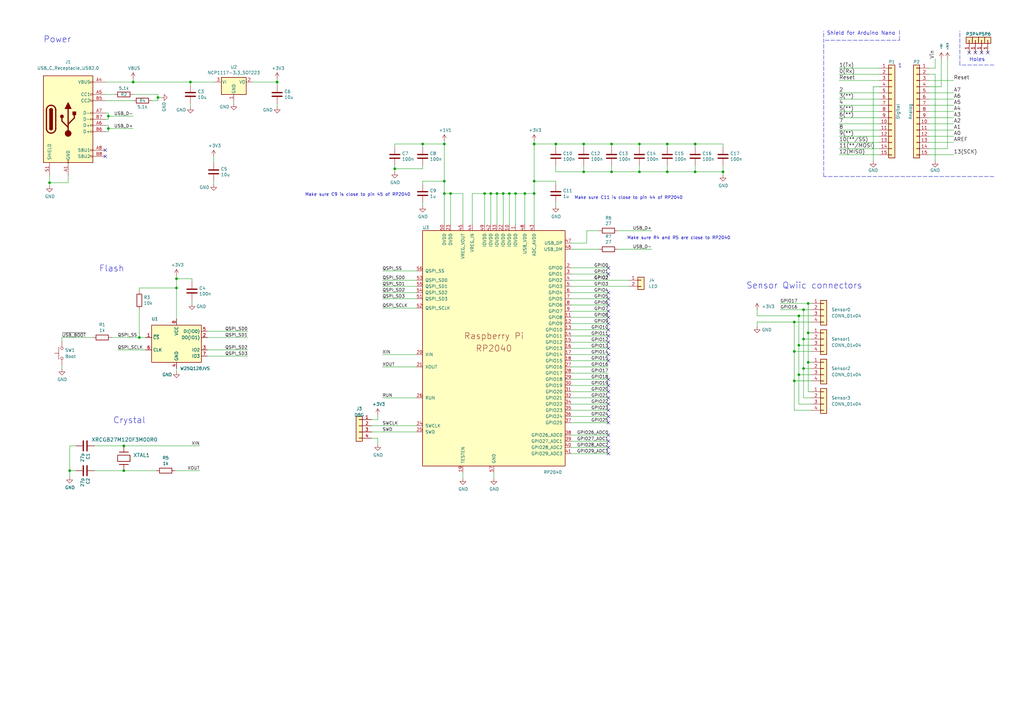
<source format=kicad_sch>
(kicad_sch (version 20211123) (generator eeschema)
  (paper "A3")
  (title_block (date "jeu. 02 avril 2015"))
  (lib_symbols
    (symbol "Connector:USB_C_Receptacle_USB2.0" (pin_names (offset 1.016))
      (property "Reference" "J" (at -10.16 19.05 0))
      (property "Value" "USB_C_Receptacle_USB2.0" (at 19.05 19.05 0))
      (symbol "USB_C_Receptacle_USB2.0_1_1"
        (pin passive line (at 0 -22.86 90) (length 5.08) (name "GND") (number "A1"))
        (pin passive line (at 0 -22.86 90) (length 5.08) hide (name "GND") (number "A12"))
        (pin passive line (at 15.24 15.24 180) (length 5.08) (name "VBUS") (number "A4"))
        (pin bidirectional line (at 15.24 10.16 180) (length 5.08) (name "CC1") (number "A5"))
        (pin bidirectional line (at 15.24 -2.54 180) (length 5.08) (name "D+") (number "A6"))
        (pin bidirectional line (at 15.24 2.54 180) (length 5.08) (name "D-") (number "A7"))
        (pin bidirectional line (at 15.24 -12.7 180) (length 5.08) (name "SBU1") (number "A8"))
        (pin passive line (at 15.24 15.24 180) (length 5.08) hide (name "VBUS") (number "A9"))
        (pin passive line (at 0 -22.86 90) (length 5.08) hide (name "GND") (number "B1"))
        (pin passive line (at 0 -22.86 90) (length 5.08) hide (name "GND") (number "B12"))
        (pin passive line (at 15.24 15.24 180) (length 5.08) hide (name "VBUS") (number "B4"))
        (pin bidirectional line (at 15.24 7.62 180) (length 5.08) (name "CC2") (number "B5"))
        (pin bidirectional line (at 15.24 -5.08 180) (length 5.08) (name "D+") (number "B6"))
        (pin bidirectional line (at 15.24 0 180) (length 5.08) (name "D-") (number "B7"))
        (pin bidirectional line (at 15.24 -15.24 180) (length 5.08) (name "SBU2") (number "B8"))
        (pin passive line (at 15.24 15.24 180) (length 5.08) hide (name "VBUS") (number "B9"))
        (pin passive line (at -7.62 -22.86 90) (length 5.08) (name "SHIELD") (number "S1"))
      )
    )
    (symbol "Connector_Generic:Conn_01x01" (pin_names (offset 1.016) hide)
      (property "Reference" "J" (at 0 2.54 0))
      (property "Value" "Conn_01x01" (at 0 -2.54 0))
      (symbol "Conn_01x01_1_1"
        (pin passive line (at -5.08 0 0) (length 3.81) (name "Pin_1") (number "1"))
      )
    )
    (symbol "Connector_Generic:Conn_01x02" (pin_names (offset 1.016) hide)
      (property "Reference" "J" (at 0 2.54 0))
      (property "Value" "Conn_01x02" (at 0 -5.08 0))
      (symbol "Conn_01x02_1_1"
        (pin passive line (at -5.08 0 0) (length 3.81) (name "Pin_1") (number "1"))
        (pin passive line (at -5.08 -2.54 0) (length 3.81) (name "Pin_2") (number "2"))
      )
    )
    (symbol "Connector_Generic:Conn_01x04" (pin_names (offset 1.016) hide)
      (property "Reference" "J" (at 0 5.08 0))
      (property "Value" "Conn_01x04" (at 0 -7.62 0))
      (symbol "Conn_01x04_1_1"
        (pin passive line (at -5.08 2.54 0) (length 3.81) (name "Pin_1") (number "1"))
        (pin passive line (at -5.08 0 0) (length 3.81) (name "Pin_2") (number "2"))
        (pin passive line (at -5.08 -2.54 0) (length 3.81) (name "Pin_3") (number "3"))
        (pin passive line (at -5.08 -5.08 0) (length 3.81) (name "Pin_4") (number "4"))
      )
    )
    (symbol "Connector_Generic:Conn_01x15" (pin_names (offset 1.016) hide)
      (property "Reference" "J" (at 0 20.32 0))
      (property "Value" "Conn_01x15" (at 0 -20.32 0))
      (symbol "Conn_01x15_1_1"
        (pin passive line (at -5.08 17.78 0) (length 3.81) (name "Pin_1") (number "1"))
        (pin passive line (at -5.08 -5.08 0) (length 3.81) (name "Pin_10") (number "10"))
        (pin passive line (at -5.08 -7.62 0) (length 3.81) (name "Pin_11") (number "11"))
        (pin passive line (at -5.08 -10.16 0) (length 3.81) (name "Pin_12") (number "12"))
        (pin passive line (at -5.08 -12.7 0) (length 3.81) (name "Pin_13") (number "13"))
        (pin passive line (at -5.08 -15.24 0) (length 3.81) (name "Pin_14") (number "14"))
        (pin passive line (at -5.08 -17.78 0) (length 3.81) (name "Pin_15") (number "15"))
        (pin passive line (at -5.08 15.24 0) (length 3.81) (name "Pin_2") (number "2"))
        (pin passive line (at -5.08 12.7 0) (length 3.81) (name "Pin_3") (number "3"))
        (pin passive line (at -5.08 10.16 0) (length 3.81) (name "Pin_4") (number "4"))
        (pin passive line (at -5.08 7.62 0) (length 3.81) (name "Pin_5") (number "5"))
        (pin passive line (at -5.08 5.08 0) (length 3.81) (name "Pin_6") (number "6"))
        (pin passive line (at -5.08 2.54 0) (length 3.81) (name "Pin_7") (number "7"))
        (pin passive line (at -5.08 0 0) (length 3.81) (name "Pin_8") (number "8"))
        (pin passive line (at -5.08 -2.54 0) (length 3.81) (name "Pin_9") (number "9"))
      )
    )
    (symbol "Device:C" (pin_numbers hide) (pin_names (offset 0.254))
      (property "Reference" "C" (at 0.635 2.54 0))
      (property "Value" "C" (at 0.635 -2.54 0))
      (symbol "C_1_1"
        (pin passive line (at 0 3.81 270) (length 2.794) (name "~") (number "1"))
        (pin passive line (at 0 -3.81 90) (length 2.794) (name "~") (number "2"))
      )
    )
    (symbol "Device:R" (pin_numbers hide) (pin_names (offset 0))
      (property "Reference" "R" (at 2.032 0 90))
      (property "Value" "R" (at 0 0 90))
      (symbol "R_1_1"
        (pin passive line (at 0 3.81 270) (length 1.27) (name "~") (number "1"))
        (pin passive line (at 0 -3.81 90) (length 1.27) (name "~") (number "2"))
      )
    )
    (symbol "MCU_RaspberryPi_RP2040:RP2040" (pin_names (offset 1.016))
      (property "Reference" "U" (at -29.21 49.53 0))
      (property "Value" "RP2040" (at 24.13 -49.53 0))
      (symbol "RP2040_0_0"
        (text "Raspberry Pi" (at 0 5.08 0) (effects (font (size 2.54 2.54))))
        (text "RP2040" (at 0 0 0) (effects (font (size 2.54 2.54))))
      )
      (symbol "RP2040_1_1"
        (pin power_in line (at 8.89 50.8 270) (length 2.54) (name "IOVDD") (number "1"))
        (pin power_in line (at 6.35 50.8 270) (length 2.54) (name "IOVDD") (number "10"))
        (pin bidirectional line (at 31.75 12.7 180) (length 2.54) (name "GPIO8") (number "11"))
        (pin bidirectional line (at 31.75 10.16 180) (length 2.54) (name "GPIO9") (number "12"))
        (pin bidirectional line (at 31.75 7.62 180) (length 2.54) (name "GPIO10") (number "13"))
        (pin bidirectional line (at 31.75 5.08 180) (length 2.54) (name "GPIO11") (number "14"))
        (pin bidirectional line (at 31.75 2.54 180) (length 2.54) (name "GPIO12") (number "15"))
        (pin bidirectional line (at 31.75 0 180) (length 2.54) (name "GPIO13") (number "16"))
        (pin bidirectional line (at 31.75 -2.54 180) (length 2.54) (name "GPIO14") (number "17"))
        (pin bidirectional line (at 31.75 -5.08 180) (length 2.54) (name "GPIO15") (number "18"))
        (pin passive line (at -12.7 -50.8 90) (length 2.54) (name "TESTEN") (number "19"))
        (pin bidirectional line (at 31.75 33.02 180) (length 2.54) (name "GPIO0") (number "2"))
        (pin input line (at -31.75 -2.54 0) (length 2.54) (name "XIN") (number "20"))
        (pin passive line (at -31.75 -7.62 0) (length 2.54) (name "XOUT") (number "21"))
        (pin power_in line (at 3.81 50.8 270) (length 2.54) (name "IOVDD") (number "22"))
        (pin power_in line (at -17.78 50.8 270) (length 2.54) (name "DVDD") (number "23"))
        (pin output line (at -31.75 -31.75 0) (length 2.54) (name "SWCLK") (number "24"))
        (pin bidirectional line (at -31.75 -34.29 0) (length 2.54) (name "SWD") (number "25"))
        (pin input line (at -31.75 -20.32 0) (length 2.54) (name "RUN") (number "26"))
        (pin bidirectional line (at 31.75 -7.62 180) (length 2.54) (name "GPIO16") (number "27"))
        (pin bidirectional line (at 31.75 -10.16 180) (length 2.54) (name "GPIO17") (number "28"))
        (pin bidirectional line (at 31.75 -12.7 180) (length 2.54) (name "GPIO18") (number "29"))
        (pin bidirectional line (at 31.75 30.48 180) (length 2.54) (name "GPIO1") (number "3"))
        (pin bidirectional line (at 31.75 -15.24 180) (length 2.54) (name "GPIO19") (number "30"))
        (pin bidirectional line (at 31.75 -17.78 180) (length 2.54) (name "GPIO20") (number "31"))
        (pin bidirectional line (at 31.75 -20.32 180) (length 2.54) (name "GPIO21") (number "32"))
        (pin power_in line (at 1.27 50.8 270) (length 2.54) (name "IOVDD") (number "33"))
        (pin bidirectional line (at 31.75 -22.86 180) (length 2.54) (name "GPIO22") (number "34"))
        (pin bidirectional line (at 31.75 -25.4 180) (length 2.54) (name "GPIO23") (number "35"))
        (pin bidirectional line (at 31.75 -27.94 180) (length 2.54) (name "GPIO24") (number "36"))
        (pin bidirectional line (at 31.75 -30.48 180) (length 2.54) (name "GPIO25") (number "37"))
        (pin bidirectional line (at 31.75 -35.56 180) (length 2.54) (name "GPIO26_ADC0") (number "38"))
        (pin bidirectional line (at 31.75 -38.1 180) (length 2.54) (name "GPIO27_ADC1") (number "39"))
        (pin bidirectional line (at 31.75 27.94 180) (length 2.54) (name "GPIO2") (number "4"))
        (pin bidirectional line (at 31.75 -40.64 180) (length 2.54) (name "GPIO28_ADC2") (number "40"))
        (pin bidirectional line (at 31.75 -43.18 180) (length 2.54) (name "GPIO29_ADC3") (number "41"))
        (pin power_in line (at -1.27 50.8 270) (length 2.54) (name "IOVDD") (number "42"))
        (pin power_in line (at 16.51 50.8 270) (length 2.54) (name "ADC_AVDD") (number "43"))
        (pin power_in line (at -8.89 50.8 270) (length 2.54) (name "VREG_IN") (number "44"))
        (pin power_out line (at -12.7 50.8 270) (length 2.54) (name "VREG_VOUT") (number "45"))
        (pin bidirectional line (at 31.75 40.64 180) (length 2.54) (name "USB_DM") (number "46"))
        (pin bidirectional line (at 31.75 43.18 180) (length 2.54) (name "USB_DP") (number "47"))
        (pin power_in line (at 12.7 50.8 270) (length 2.54) (name "USB_VDD") (number "48"))
        (pin power_in line (at -3.81 50.8 270) (length 2.54) (name "IOVDD") (number "49"))
        (pin bidirectional line (at 31.75 25.4 180) (length 2.54) (name "GPIO3") (number "5"))
        (pin power_in line (at -20.32 50.8 270) (length 2.54) (name "DVDD") (number "50"))
        (pin bidirectional line (at -31.75 20.32 0) (length 2.54) (name "QSPI_SD3") (number "51"))
        (pin output line (at -31.75 16.51 0) (length 2.54) (name "QSPI_SCLK") (number "52"))
        (pin bidirectional line (at -31.75 27.94 0) (length 2.54) (name "QSPI_SD0") (number "53"))
        (pin bidirectional line (at -31.75 22.86 0) (length 2.54) (name "QSPI_SD2") (number "54"))
        (pin bidirectional line (at -31.75 25.4 0) (length 2.54) (name "QSPI_SD1") (number "55"))
        (pin bidirectional line (at -31.75 31.75 0) (length 2.54) (name "QSPI_SS") (number "56"))
        (pin power_in line (at 0 -50.8 90) (length 2.54) (name "GND") (number "57"))
        (pin bidirectional line (at 31.75 22.86 180) (length 2.54) (name "GPIO4") (number "6"))
        (pin bidirectional line (at 31.75 20.32 180) (length 2.54) (name "GPIO5") (number "7"))
        (pin bidirectional line (at 31.75 17.78 180) (length 2.54) (name "GPIO6") (number "8"))
        (pin bidirectional line (at 31.75 15.24 180) (length 2.54) (name "GPIO7") (number "9"))
      )
    )
    (symbol "Memory_Flash:W25Q128JVS"
      (property "Reference" "U" (at -8.89 8.89 0))
      (property "Value" "W25Q128JVS" (at 7.62 8.89 0))
      (symbol "W25Q128JVS_1_1"
        (pin input line (at -12.7 2.54 0) (length 2.54) (name "~{CS}") (number "1"))
        (pin bidirectional line (at 12.7 2.54 180) (length 2.54) (name "DO(IO1)") (number "2"))
        (pin bidirectional line (at 12.7 -2.54 180) (length 2.54) (name "IO2") (number "3"))
        (pin power_in line (at 0 -10.16 90) (length 2.54) (name "GND") (number "4"))
        (pin bidirectional line (at 12.7 5.08 180) (length 2.54) (name "DI(IO0)") (number "5"))
        (pin input line (at -12.7 -2.54 0) (length 2.54) (name "CLK") (number "6"))
        (pin bidirectional line (at 12.7 -5.08 180) (length 2.54) (name "IO3") (number "7"))
        (pin power_in line (at 0 10.16 270) (length 2.54) (name "VCC") (number "8"))
      )
    )
    (symbol "Regulator_Linear:NCP1117-3.3_SOT223" (pin_names (offset 0.254))
      (property "Reference" "U" (at -3.81 3.175 0))
      (property "Value" "NCP1117-3.3_SOT223" (at 0 3.175 0))
      (symbol "NCP1117-3.3_SOT223_1_1"
        (pin power_in line (at 0 -7.62 90) (length 2.54) (name "GND") (number "1"))
        (pin power_out line (at 7.62 0 180) (length 2.54) (name "VO") (number "2"))
        (pin power_in line (at -7.62 0 0) (length 2.54) (name "VI") (number "3"))
      )
    )
    (symbol "Switch:SW_Push" (pin_numbers hide) (pin_names (offset 1.016) hide)
      (property "Reference" "SW" (at 1.27 2.54 0))
      (property "Value" "SW_Push" (at 0 -1.524 0))
      (symbol "SW_Push_0_1"
        (pin passive line (at -5.08 0 0) (length 2.54) (name "1") (number "1"))
        (pin passive line (at 5.08 0 180) (length 2.54) (name "2") (number "2"))
      )
    )
    (symbol "XRCGB27M120F3M00R0:XRCGB27M120F3M00R0" (pin_numbers hide) (pin_names hide)
      (property "Reference" "XTAL" (at 5.08 4.445 0))
      (property "Value" "XRCGB27M120F3M00R0" (at 5.08 -7.62 0))
      (symbol "XRCGB27M120F3M00R0_1_1"
        (pin unspecified line (at 0 0 0) (length 2.54) (name "1") (number "1"))
        (pin unspecified line (at 10.16 0 180) (length 2.54) (name "3") (number "3"))
      )
    )
    (symbol "power:+1V1" (power) (pin_names (offset 0))
      (property "Value" "+1V1" (at 0 3.556 0))
      (symbol "+1V1_1_1"
        (pin power_in line (at 0 0 90) (length 0) hide (name "+1V1") (number "1"))
      )
    )
    (symbol "power:+3V3" (power) (pin_names (offset 0))
      (property "Value" "+3V3" (at 0 3.556 0))
      (symbol "+3V3_1_1"
        (pin power_in line (at 0 0 90) (length 0) hide (name "+3V3") (number "1"))
      )
    )
    (symbol "power:+5V" (power) (pin_names (offset 0))
      (property "Value" "+5V" (at 0 3.556 0))
      (symbol "+5V_1_1"
        (pin power_in line (at 0 0 90) (length 0) hide (name "+5V") (number "1"))
      )
    )
    (symbol "power:GND" (power) (pin_names (offset 0))
      (property "Value" "GND" (at 0 -3.81 0))
      (symbol "GND_1_1"
        (pin power_in line (at 0 0 270) (length 0) hide (name "GND") (number "1"))
      )
    )
    (symbol "power:VBUS" (power) (pin_names (offset 0))
      (property "Value" "VBUS" (at 0 3.81 0))
      (symbol "VBUS_1_1"
        (pin power_in line (at 0 0 90) (length 0) hide (name "VBUS") (number "1"))
      )
    )
  )
  (junction (at 44.45 52.705))
  (junction (at 262.255 59.055))
  (junction (at 273.685 70.485))
  (junction (at 250.825 59.055))
  (junction (at 64.77 40.005))
  (junction (at 273.685 59.055))
  (junction (at 285.115 59.055))
  (junction (at 57.15 138.43))
  (junction (at 161.925 69.215))
  (junction (at 219.075 79.375))
  (junction (at 239.395 59.055))
  (junction (at 182.245 59.055))
  (junction (at 331.47 124.46))
  (junction (at 50.8 193.04))
  (junction (at 113.665 33.655))
  (junction (at 50.8 182.88))
  (junction (at 327.66 153.67))
  (junction (at 28.575 193.04))
  (junction (at 329.565 139.065))
  (junction (at 296.545 70.485))
  (junction (at 173.355 59.055))
  (junction (at 215.265 79.375))
  (junction (at 198.755 79.375))
  (junction (at 325.755 132.08))
  (junction (at 239.395 70.485))
  (junction (at 44.45 47.625))
  (junction (at 325.755 144.145))
  (junction (at 325.755 156.21))
  (junction (at 201.295 79.375))
  (junction (at 331.47 136.525))
  (junction (at 329.565 127))
  (junction (at 227.965 59.055))
  (junction (at 203.835 79.375))
  (junction (at 72.39 118.11))
  (junction (at 262.255 70.485))
  (junction (at 219.075 59.055))
  (junction (at 72.39 114.3))
  (junction (at 250.825 70.485))
  (junction (at 331.47 148.59))
  (junction (at 20.32 74.93))
  (junction (at 78.105 33.655))
  (junction (at 182.245 74.295))
  (junction (at 211.455 79.375))
  (junction (at 208.915 79.375))
  (junction (at 219.075 74.295))
  (junction (at 182.245 79.375))
  (junction (at 184.785 79.375))
  (junction (at 54.61 33.655))
  (junction (at 327.66 129.54))
  (junction (at 285.115 70.485))
  (junction (at 329.565 151.13))
  (junction (at 206.375 79.375))
  (junction (at 327.66 141.605))
  (no_connect (at 249.555 160.655))
  (no_connect (at 249.555 163.195))
  (no_connect (at 400.05 21.59))
  (no_connect (at 249.555 137.795))
  (no_connect (at 405.13 21.59))
  (no_connect (at 249.555 158.115))
  (no_connect (at 397.51 21.59))
  (no_connect (at 249.555 135.255))
  (no_connect (at 249.555 132.715))
  (no_connect (at 249.555 130.175))
  (no_connect (at 249.555 142.875))
  (no_connect (at 249.555 145.415))
  (no_connect (at 249.555 186.055))
  (no_connect (at 249.555 178.435))
  (no_connect (at 249.555 180.975))
  (no_connect (at 249.555 183.515))
  (no_connect (at 249.555 127.635))
  (no_connect (at 249.555 165.735))
  (no_connect (at 249.555 109.855))
  (no_connect (at 249.555 112.395))
  (no_connect (at 249.555 147.955))
  (no_connect (at 249.555 140.335))
  (no_connect (at 249.555 122.555))
  (no_connect (at 249.555 125.095))
  (no_connect (at 43.18 64.135))
  (no_connect (at 43.18 61.595))
  (no_connect (at 249.555 168.275))
  (no_connect (at 249.555 155.575))
  (no_connect (at 402.59 21.59))
  (no_connect (at 249.555 120.015))
  (no_connect (at 249.555 170.815))
  (no_connect (at 249.555 173.355))
  (wire (pts (xy 234.315 109.855) (xy 249.555 109.855)))
  (wire (pts (xy 332.74 136.525) (xy 331.47 136.525)))
  (wire (pts (xy 44.45 47.625) (xy 54.61 47.625)))
  (wire (pts (xy 156.845 114.935) (xy 170.815 114.935)))
  (wire (pts (xy 78.74 114.3) (xy 72.39 114.3)))
  (wire (pts (xy 239.395 60.325) (xy 239.395 59.055)))
  (wire (pts (xy 285.115 70.485) (xy 296.545 70.485)))
  (wire (pts (xy 310.515 132.08) (xy 310.515 133.985)))
  (wire (pts (xy 388.62 24.13) (xy 388.62 60.96)))
  (wire (pts (xy 43.18 51.435) (xy 44.45 51.435)))
  (wire (pts (xy 296.545 70.485) (xy 296.545 71.755)))
  (wire (pts (xy 391.16 58.42) (xy 381 58.42)))
  (wire (pts (xy 31.115 182.88) (xy 28.575 182.88)))
  (wire (pts (xy 332.74 148.59) (xy 331.47 148.59)))
  (wire (pts (xy 344.17 30.48) (xy 360.68 30.48)))
  (wire (pts (xy 48.26 143.51) (xy 59.69 143.51)))
  (wire (pts (xy 234.315 180.975) (xy 249.555 180.975)))
  (wire (pts (xy 193.675 92.075) (xy 193.675 79.375)))
  (wire (pts (xy 198.755 79.375) (xy 201.295 79.375)))
  (wire (pts (xy 154.94 172.085) (xy 152.4 172.085)))
  (wire (pts (xy 253.365 102.235) (xy 267.335 102.235)))
  (wire (pts (xy 234.315 173.355) (xy 249.555 173.355)))
  (wire (pts (xy 234.315 145.415) (xy 249.555 145.415)))
  (wire (pts (xy 332.74 141.605) (xy 327.66 141.605)))
  (wire (pts (xy 44.45 52.705) (xy 54.61 52.705)))
  (wire (pts (xy 285.115 60.325) (xy 285.115 59.055)))
  (wire (pts (xy 273.685 67.945) (xy 273.685 70.485)))
  (wire (pts (xy 391.16 50.8) (xy 381 50.8)))
  (wire (pts (xy 57.15 118.11) (xy 72.39 118.11)))
  (wire (pts (xy 327.66 129.54) (xy 310.515 129.54)))
  (wire (pts (xy 383.54 27.94) (xy 383.54 24.13)))
  (wire (pts (xy 344.17 43.18) (xy 360.68 43.18)))
  (wire (pts (xy 234.315 132.715) (xy 249.555 132.715)))
  (wire (pts (xy 344.17 38.1) (xy 360.68 38.1)))
  (wire (pts (xy 88.265 33.655) (xy 78.105 33.655)))
  (wire (pts (xy 182.245 79.375) (xy 182.245 92.075)))
  (wire (pts (xy 332.74 151.13) (xy 329.565 151.13)))
  (wire (pts (xy 25.4 138.43) (xy 25.4 139.827)))
  (wire (pts (xy 332.74 156.21) (xy 325.755 156.21)))
  (wire (pts (xy 331.47 148.59) (xy 331.47 136.525)))
  (wire (pts (xy 262.255 67.945) (xy 262.255 70.485)))
  (wire (pts (xy 198.755 92.075) (xy 198.755 79.375)))
  (wire (pts (xy 250.825 59.055) (xy 262.255 59.055)))
  (wire (pts (xy 219.075 57.785) (xy 219.075 59.055)))
  (wire (pts (xy 332.74 165.735) (xy 327.66 165.735)))
  (wire (pts (xy 332.74 132.08) (xy 325.755 132.08)))
  (wire (pts (xy 329.565 139.065) (xy 329.565 127)))
  (wire (pts (xy 360.68 33.02) (xy 344.17 33.02)))
  (wire (pts (xy 262.255 59.055) (xy 273.685 59.055)))
  (wire (pts (xy 332.74 168.275) (xy 325.755 168.275)))
  (wire (pts (xy 239.395 59.055) (xy 250.825 59.055)))
  (wire (pts (xy 234.315 140.335) (xy 249.555 140.335)))
  (wire (pts (xy 103.505 33.655) (xy 113.665 33.655)))
  (wire (pts (xy 273.685 70.485) (xy 262.255 70.485)))
  (wire (pts (xy 234.315 178.435) (xy 249.555 178.435)))
  (wire (pts (xy 54.61 32.385) (xy 54.61 33.655)))
  (wire (pts (xy 320.04 124.46) (xy 331.47 124.46)))
  (polyline (pts (xy 368.935 16.51) (xy 368.935 12.065)) (stroke (width 0) (type dash)))
  (wire (pts (xy 211.455 79.375) (xy 211.455 92.075)))
  (wire (pts (xy 360.68 45.72) (xy 344.17 45.72)))
  (wire (pts (xy 234.315 163.195) (xy 249.555 163.195)))
  (wire (pts (xy 156.845 117.475) (xy 170.815 117.475)))
  (wire (pts (xy 381 27.94) (xy 383.54 27.94)))
  (wire (pts (xy 170.815 177.165) (xy 152.4 177.165)))
  (wire (pts (xy 113.665 34.925) (xy 113.665 33.655)))
  (wire (pts (xy 234.315 158.115) (xy 249.555 158.115)))
  (wire (pts (xy 331.47 136.525) (xy 331.47 124.46)))
  (wire (pts (xy 386.08 35.56) (xy 381 35.56)))
  (wire (pts (xy 203.835 92.075) (xy 203.835 79.375)))
  (wire (pts (xy 62.23 41.275) (xy 64.77 41.275)))
  (wire (pts (xy 71.755 193.04) (xy 81.915 193.04)))
  (wire (pts (xy 189.865 193.675) (xy 189.865 196.215)))
  (wire (pts (xy 332.74 160.655) (xy 331.47 160.655)))
  (wire (pts (xy 227.965 75.565) (xy 227.965 74.295)))
  (wire (pts (xy 173.355 74.295) (xy 182.245 74.295)))
  (polyline (pts (xy 407.67 26.67) (xy 393.7 26.67)) (stroke (width 0) (type dash)))
  (wire (pts (xy 87.63 64.135) (xy 87.63 66.675)))
  (wire (pts (xy 208.915 92.075) (xy 208.915 79.375)))
  (wire (pts (xy 156.845 120.015) (xy 170.815 120.015)))
  (wire (pts (xy 43.18 41.275) (xy 54.61 41.275)))
  (wire (pts (xy 219.075 74.295) (xy 219.075 79.375)))
  (wire (pts (xy 381 63.5) (xy 391.16 63.5)))
  (wire (pts (xy 360.68 60.96) (xy 344.17 60.96)))
  (wire (pts (xy 64.77 38.735) (xy 64.77 40.005)))
  (wire (pts (xy 391.16 48.26) (xy 381 48.26)))
  (wire (pts (xy 43.18 46.355) (xy 44.45 46.355)))
  (wire (pts (xy 391.16 40.64) (xy 381 40.64)))
  (wire (pts (xy 173.355 59.055) (xy 182.245 59.055)))
  (wire (pts (xy 381 45.72) (xy 391.16 45.72)))
  (wire (pts (xy 202.565 193.675) (xy 202.565 196.215)))
  (wire (pts (xy 234.315 130.175) (xy 249.555 130.175)))
  (wire (pts (xy 327.66 165.735) (xy 327.66 153.67)))
  (wire (pts (xy 173.355 60.325) (xy 173.355 59.055)))
  (wire (pts (xy 43.18 33.655) (xy 54.61 33.655)))
  (wire (pts (xy 234.315 142.875) (xy 249.555 142.875)))
  (wire (pts (xy 234.315 150.495) (xy 249.555 150.495)))
  (wire (pts (xy 273.685 59.055) (xy 285.115 59.055)))
  (wire (pts (xy 201.295 92.075) (xy 201.295 79.375)))
  (wire (pts (xy 360.68 50.8) (xy 344.17 50.8)))
  (wire (pts (xy 227.965 67.945) (xy 227.965 70.485)))
  (wire (pts (xy 240.665 94.615) (xy 245.745 94.615)))
  (wire (pts (xy 28.575 182.88) (xy 28.575 193.04)))
  (wire (pts (xy 325.755 168.275) (xy 325.755 156.21)))
  (wire (pts (xy 113.665 42.545) (xy 113.665 43.815)))
  (wire (pts (xy 234.315 137.795) (xy 249.555 137.795)))
  (wire (pts (xy 38.735 193.04) (xy 50.8 193.04)))
  (wire (pts (xy 201.295 79.375) (xy 203.835 79.375)))
  (wire (pts (xy 332.74 139.065) (xy 329.565 139.065)))
  (wire (pts (xy 182.245 59.055) (xy 182.245 74.295)))
  (wire (pts (xy 161.925 69.215) (xy 161.925 70.485)))
  (polyline (pts (xy 337.82 72.39) (xy 337.82 12.7)) (stroke (width 0) (type dash)))
  (wire (pts (xy 161.925 60.325) (xy 161.925 59.055)))
  (wire (pts (xy 227.965 83.185) (xy 227.965 84.455)))
  (wire (pts (xy 332.74 129.54) (xy 327.66 129.54)))
  (wire (pts (xy 170.815 174.625) (xy 152.4 174.625)))
  (wire (pts (xy 234.315 117.475) (xy 257.81 117.475)))
  (wire (pts (xy 234.315 183.515) (xy 249.555 183.515)))
  (wire (pts (xy 54.61 33.655) (xy 78.105 33.655)))
  (wire (pts (xy 360.68 55.88) (xy 344.17 55.88)))
  (wire (pts (xy 383.54 66.04) (xy 383.54 30.48)))
  (wire (pts (xy 173.355 69.215) (xy 173.355 67.945)))
  (wire (pts (xy 344.17 58.42) (xy 360.68 58.42)))
  (wire (pts (xy 20.32 74.93) (xy 27.94 74.93)))
  (wire (pts (xy 189.865 79.375) (xy 184.785 79.375)))
  (wire (pts (xy 161.925 67.945) (xy 161.925 69.215)))
  (wire (pts (xy 239.395 70.485) (xy 227.965 70.485)))
  (wire (pts (xy 391.16 33.02) (xy 381 33.02)))
  (wire (pts (xy 250.825 60.325) (xy 250.825 59.055)))
  (wire (pts (xy 250.825 67.945) (xy 250.825 70.485)))
  (wire (pts (xy 332.74 153.67) (xy 327.66 153.67)))
  (wire (pts (xy 85.09 143.51) (xy 101.6 143.51)))
  (wire (pts (xy 184.785 92.075) (xy 184.785 79.375)))
  (wire (pts (xy 219.075 79.375) (xy 219.075 92.075)))
  (wire (pts (xy 170.815 163.195) (xy 156.845 163.195)))
  (wire (pts (xy 28.575 193.04) (xy 28.575 195.58)))
  (wire (pts (xy 20.32 74.93) (xy 20.32 76.2)))
  (wire (pts (xy 234.315 114.935) (xy 257.81 114.935)))
  (wire (pts (xy 234.315 155.575) (xy 249.555 155.575)))
  (wire (pts (xy 206.375 92.075) (xy 206.375 79.375)))
  (wire (pts (xy 44.45 53.975) (xy 44.45 52.705)))
  (wire (pts (xy 262.255 70.485) (xy 250.825 70.485)))
  (wire (pts (xy 72.39 118.11) (xy 72.39 130.81)))
  (wire (pts (xy 208.915 79.375) (xy 211.455 79.375)))
  (wire (pts (xy 20.32 71.755) (xy 20.32 74.93)))
  (wire (pts (xy 27.94 74.93) (xy 27.94 71.755)))
  (wire (pts (xy 113.665 33.655) (xy 113.665 32.385)))
  (wire (pts (xy 203.835 79.375) (xy 206.375 79.375)))
  (wire (pts (xy 72.39 113.03) (xy 72.39 114.3)))
  (wire (pts (xy 170.815 126.365) (xy 156.845 126.365)))
  (wire (pts (xy 381 53.34) (xy 391.16 53.34)))
  (wire (pts (xy 211.455 79.375) (xy 215.265 79.375)))
  (wire (pts (xy 240.665 94.615) (xy 240.665 99.695)))
  (wire (pts (xy 57.15 127) (xy 57.15 138.43)))
  (wire (pts (xy 38.735 182.88) (xy 50.8 182.88)))
  (wire (pts (xy 285.115 70.485) (xy 273.685 70.485)))
  (wire (pts (xy 332.74 163.195) (xy 329.565 163.195)))
  (wire (pts (xy 44.45 51.435) (xy 44.45 52.705)))
  (wire (pts (xy 325.755 156.21) (xy 325.755 144.145)))
  (wire (pts (xy 219.075 59.055) (xy 227.965 59.055)))
  (wire (pts (xy 85.09 138.43) (xy 101.6 138.43)))
  (wire (pts (xy 383.54 30.48) (xy 381 30.48)))
  (wire (pts (xy 360.68 40.64) (xy 344.17 40.64)))
  (wire (pts (xy 234.315 165.735) (xy 249.555 165.735)))
  (wire (pts (xy 64.77 40.005) (xy 66.04 40.005)))
  (wire (pts (xy 320.04 127) (xy 329.565 127)))
  (wire (pts (xy 156.845 145.415) (xy 170.815 145.415)))
  (wire (pts (xy 234.315 170.815) (xy 249.555 170.815)))
  (wire (pts (xy 310.515 129.54) (xy 310.515 127)))
  (wire (pts (xy 329.565 127) (xy 332.74 127)))
  (wire (pts (xy 85.09 146.05) (xy 101.6 146.05)))
  (wire (pts (xy 234.315 99.695) (xy 240.665 99.695)))
  (wire (pts (xy 227.965 59.055) (xy 239.395 59.055)))
  (wire (pts (xy 215.265 92.075) (xy 215.265 79.375)))
  (wire (pts (xy 154.94 179.705) (xy 154.94 182.245)))
  (wire (pts (xy 296.545 60.325) (xy 296.545 59.055)))
  (wire (pts (xy 64.77 41.275) (xy 64.77 40.005)))
  (wire (pts (xy 31.115 193.04) (xy 28.575 193.04)))
  (wire (pts (xy 388.62 60.96) (xy 381 60.96)))
  (wire (pts (xy 285.115 59.055) (xy 296.545 59.055)))
  (wire (pts (xy 331.47 124.46) (xy 332.74 124.46)))
  (wire (pts (xy 325.755 132.08) (xy 310.515 132.08)))
  (wire (pts (xy 219.075 74.295) (xy 227.965 74.295)))
  (wire (pts (xy 173.355 83.185) (xy 173.355 84.455)))
  (wire (pts (xy 391.16 43.18) (xy 381 43.18)))
  (wire (pts (xy 344.17 63.5) (xy 360.68 63.5)))
  (wire (pts (xy 386.08 24.13) (xy 386.08 35.56)))
  (wire (pts (xy 57.15 119.38) (xy 57.15 118.11)))
  (wire (pts (xy 227.965 60.325) (xy 227.965 59.055)))
  (wire (pts (xy 285.115 67.945) (xy 285.115 70.485)))
  (wire (pts (xy 189.865 92.075) (xy 189.865 79.375)))
  (wire (pts (xy 182.245 74.295) (xy 182.245 79.375)))
  (wire (pts (xy 239.395 67.945) (xy 239.395 70.485)))
  (wire (pts (xy 170.815 150.495) (xy 156.845 150.495)))
  (wire (pts (xy 360.68 27.94) (xy 344.17 27.94)))
  (wire (pts (xy 234.315 112.395) (xy 249.555 112.395)))
  (wire (pts (xy 358.14 35.56) (xy 358.14 66.04)))
  (wire (pts (xy 234.315 135.255) (xy 249.555 135.255)))
  (wire (pts (xy 182.245 57.785) (xy 182.245 59.055)))
  (polyline (pts (xy 338.455 16.51) (xy 368.935 16.51)) (stroke (width 0) (type dash)))
  (wire (pts (xy 95.885 41.275) (xy 95.885 42.545)))
  (wire (pts (xy 85.09 135.89) (xy 101.6 135.89)))
  (wire (pts (xy 329.565 163.195) (xy 329.565 151.13)))
  (wire (pts (xy 57.15 138.43) (xy 59.69 138.43)))
  (wire (pts (xy 38.1 138.43) (xy 25.4 138.43)))
  (wire (pts (xy 154.94 170.18) (xy 154.94 172.085)))
  (wire (pts (xy 161.925 69.215) (xy 173.355 69.215)))
  (wire (pts (xy 43.18 38.735) (xy 46.99 38.735)))
  (wire (pts (xy 184.785 79.375) (xy 182.245 79.375)))
  (wire (pts (xy 325.755 144.145) (xy 325.755 132.08)))
  (wire (pts (xy 381 38.1) (xy 391.16 38.1)))
  (wire (pts (xy 78.105 42.545) (xy 78.105 43.815)))
  (wire (pts (xy 215.265 79.375) (xy 219.075 79.375)))
  (wire (pts (xy 253.365 94.615) (xy 267.335 94.615)))
  (wire (pts (xy 78.74 115.57) (xy 78.74 114.3)))
  (wire (pts (xy 152.4 179.705) (xy 154.94 179.705)))
  (wire (pts (xy 173.355 75.565) (xy 173.355 74.295)))
  (wire (pts (xy 327.66 141.605) (xy 327.66 129.54)))
  (wire (pts (xy 273.685 60.325) (xy 273.685 59.055)))
  (wire (pts (xy 78.105 34.925) (xy 78.105 33.655)))
  (wire (pts (xy 206.375 79.375) (xy 208.915 79.375)))
  (wire (pts (xy 193.675 79.375) (xy 198.755 79.375)))
  (wire (pts (xy 45.72 138.43) (xy 57.15 138.43)))
  (wire (pts (xy 72.39 151.13) (xy 72.39 152.4)))
  (wire (pts (xy 344.17 48.26) (xy 360.68 48.26)))
  (wire (pts (xy 44.45 48.895) (xy 44.45 47.625)))
  (wire (pts (xy 234.315 168.275) (xy 249.555 168.275)))
  (wire (pts (xy 87.63 74.295) (xy 87.63 75.565)))
  (wire (pts (xy 344.17 53.34) (xy 360.68 53.34)))
  (wire (pts (xy 234.315 122.555) (xy 249.555 122.555)))
  (wire (pts (xy 234.315 127.635) (xy 249.555 127.635)))
  (wire (pts (xy 50.8 193.04) (xy 64.135 193.04)))
  (wire (pts (xy 262.255 60.325) (xy 262.255 59.055)))
  (wire (pts (xy 234.315 125.095) (xy 249.555 125.095)))
  (wire (pts (xy 234.315 160.655) (xy 249.555 160.655)))
  (polyline (pts (xy 407.67 72.39) (xy 337.82 72.39)) (stroke (width 0) (type dash)))
  (wire (pts (xy 43.18 48.895) (xy 44.45 48.895)))
  (wire (pts (xy 54.61 38.735) (xy 64.77 38.735)))
  (wire (pts (xy 329.565 151.13) (xy 329.565 139.065)))
  (wire (pts (xy 161.925 59.055) (xy 173.355 59.055)))
  (wire (pts (xy 25.4 151.257) (xy 25.4 149.987)))
  (wire (pts (xy 234.315 147.955) (xy 249.555 147.955)))
  (wire (pts (xy 156.845 122.555) (xy 170.815 122.555)))
  (wire (pts (xy 219.075 59.055) (xy 219.075 74.295)))
  (wire (pts (xy 332.74 144.145) (xy 325.755 144.145)))
  (wire (pts (xy 78.74 123.19) (xy 78.74 124.46)))
  (wire (pts (xy 234.315 102.235) (xy 245.745 102.235)))
  (wire (pts (xy 250.825 70.485) (xy 239.395 70.485)))
  (wire (pts (xy 72.39 114.3) (xy 72.39 118.11)))
  (wire (pts (xy 360.68 35.56) (xy 358.14 35.56)))
  (wire (pts (xy 234.315 120.015) (xy 249.555 120.015)))
  (wire (pts (xy 234.315 153.035) (xy 249.555 153.035)))
  (wire (pts (xy 296.545 67.945) (xy 296.545 70.485)))
  (wire (pts (xy 50.8 182.88) (xy 81.915 182.88)))
  (polyline (pts (xy 393.7 26.67) (xy 393.7 12.7)) (stroke (width 0) (type dash)))
  (wire (pts (xy 170.815 111.125) (xy 156.845 111.125)))
  (wire (pts (xy 234.315 186.055) (xy 249.555 186.055)))
  (wire (pts (xy 44.45 46.355) (xy 44.45 47.625)))
  (wire (pts (xy 43.18 53.975) (xy 44.45 53.975)))
  (wire (pts (xy 331.47 148.59) (xy 331.47 160.655)))
  (wire (pts (xy 391.16 55.88) (xy 381 55.88)))
  (wire (pts (xy 327.66 141.605) (xy 327.66 153.67)))
  (text "Flash" (at 40.64 111.76 0) (effects (font (size 2.54 2.54)) (justify left bottom)))
  (text "Holes" (at 397.51 25.4 0) (effects (font (size 1.524 1.524)) (justify left bottom)))
  (text "Make sure C9 is close to pin 45 of RP2040" (at 125.095 80.645 0) (effects (font (size 1.27 1.27)) (justify left bottom)))
  (text "Shield for Arduino Nano" (at 339.09 14.605 0) (effects (font (size 1.524 1.524)) (justify left bottom)))
  (text "1" (at 368.3 27.94 0) (effects (font (size 1.524 1.524)) (justify left bottom)))
  (text "Make sure R4 and R5 are close to RP2040" (at 257.175 98.425 0) (effects (font (size 1.27 1.27)) (justify left bottom)))
  (text "Power" (at 17.78 17.78 0) (effects (font (size 2.54 2.54)) (justify left bottom)))
  (text "Make sure C11 is close to pin 44 of RP2040" (at 235.585 81.915 0) (effects (font (size 1.27 1.27)) (justify left bottom)))
  (text "Sensor Qwiic connectors" (at 306.07 118.745 0) (effects (font (size 2.54 2.54)) (justify left bottom)))
  (text "Crystal" (at 46.355 173.99 0) (effects (font (size 2.54 2.54)) (justify left bottom)))
  (label "8" (at 344.17 53.34 0) (effects (font (size 1.524 1.524))))
  (label "XOUT" (at 81.915 193.04 180))
  (label "GPIO13" (at 249.555 142.875 180))
  (label "A2" (at 391.16 50.8 0) (effects (font (size 1.524 1.524))))
  (label "12(MISO)" (at 344.17 63.5 0) (effects (font (size 1.524 1.524))))
  (label "GPIO7" (at 249.555 127.635 180))
  (label "USB_D+" (at 54.61 52.705 180))
  (label "GPIO20" (at 249.555 160.655 180))
  (label "0(Rx)" (at 344.17 30.48 0) (effects (font (size 1.524 1.524))))
  (label "13(SCK)" (at 391.16 63.5 0) (effects (font (size 1.524 1.524))))
  (label "GPIO2" (at 249.555 114.935 180))
  (label "2" (at 344.17 38.1 0) (effects (font (size 1.524 1.524))))
  (label "Reset" (at 391.16 33.02 0) (effects (font (size 1.524 1.524))))
  (label "GPIO19" (at 249.555 158.115 180))
  (label "A6" (at 391.16 40.64 0) (effects (font (size 1.524 1.524))))
  (label "QSPI_SS" (at 156.845 111.125 0))
  (label "QSPI_SD1" (at 156.845 117.475 0))
  (label "A0" (at 391.16 55.88 0) (effects (font (size 1.524 1.524))))
  (label "XIN" (at 156.845 145.415 0))
  (label "GPIO17" (at 249.555 153.035 180))
  (label "GPIO16" (at 249.555 150.495 180))
  (label "A1" (at 391.16 53.34 0) (effects (font (size 1.524 1.524))))
  (label "QSPI_SD3" (at 156.845 122.555 0))
  (label "QSPI_SD2" (at 101.6 143.51 180))
  (label "4" (at 344.17 43.18 0) (effects (font (size 1.524 1.524))))
  (label "GPIO27_ADC1" (at 249.555 180.975 180))
  (label "QSPI_SD0" (at 156.845 114.935 0))
  (label "GPIO21" (at 249.555 163.195 180))
  (label "5(**)" (at 344.17 45.72 0) (effects (font (size 1.524 1.524))))
  (label "GPIO12" (at 249.555 140.335 180))
  (label "A3" (at 391.16 48.26 0) (effects (font (size 1.524 1.524))))
  (label "GPIO0" (at 249.555 109.855 180))
  (label "QSPI_SD2" (at 156.845 120.015 0))
  (label "GPIO29_ADC3" (at 249.555 186.055 180))
  (label "USB_D-" (at 54.61 47.625 180))
  (label "GPIO28_ADC2" (at 249.555 183.515 180))
  (label "7" (at 344.17 50.8 0) (effects (font (size 1.524 1.524))))
  (label "GPIO16" (at 320.04 127 0))
  (label "1(Tx)" (at 344.17 27.94 0) (effects (font (size 1.524 1.524))))
  (label "QSPI_SS" (at 48.26 138.43 0))
  (label "A7" (at 391.16 38.1 0) (effects (font (size 1.524 1.524))))
  (label "11(**/MOSI)" (at 344.17 60.96 0) (effects (font (size 1.524 1.524))))
  (label "GPIO4" (at 249.555 120.015 180))
  (label "6(**)" (at 344.17 48.26 0) (effects (font (size 1.524 1.524))))
  (label "A5" (at 391.16 43.18 0) (effects (font (size 1.524 1.524))))
  (label "GPIO10" (at 249.555 135.255 180))
  (label "GPIO17" (at 320.04 124.46 0))
  (label "GPIO14" (at 249.555 145.415 180))
  (label "GPIO24" (at 249.555 170.815 180))
  (label "GPIO25" (at 249.555 173.355 180))
  (label "GPIO26_ADC0" (at 249.555 178.435 180))
  (label "~{USB_BOOT}" (at 25.4 138.557 0))
  (label "QSPI_SD3" (at 101.6 146.05 180))
  (label "GPIO6" (at 249.555 125.095 180))
  (label "GPIO1" (at 249.555 112.395 180))
  (label "GPIO23" (at 249.555 168.275 180))
  (label "USB_D+" (at 267.335 94.615 180))
  (label "GPIO18" (at 249.555 155.575 180))
  (label "QSPI_SCLK" (at 156.845 126.365 0))
  (label "GPIO3" (at 249.555 117.475 180))
  (label "SWD" (at 156.845 177.165 0))
  (label "QSPI_SD1" (at 101.6 138.43 180))
  (label "QSPI_SD0" (at 101.6 135.89 180))
  (label "GPIO11" (at 249.555 137.795 180))
  (label "QSPI_SCLK" (at 48.26 143.51 0))
  (label "GPIO2" (at 249.555 114.935 180))
  (label "XOUT" (at 156.845 150.495 0))
  (label "GPIO9" (at 249.555 132.715 180))
  (label "Vin" (at 383.54 24.13 90) (effects (font (size 1.524 1.524))))
  (label "SWCLK" (at 156.845 174.625 0))
  (label "GPIO8" (at 249.555 130.175 180))
  (label "USB_D-" (at 267.335 102.235 180))
  (label "GPIO15" (at 249.555 147.955 180))
  (label "Reset" (at 344.17 33.02 0) (effects (font (size 1.524 1.524))))
  (label "GPIO22" (at 249.555 165.735 180))
  (label "9(**)" (at 344.17 55.88 0) (effects (font (size 1.524 1.524))))
  (label "XIN" (at 81.915 182.88 180))
  (label "3(**)" (at 344.17 40.64 0) (effects (font (size 1.524 1.524))))
  (label "A4" (at 391.16 45.72 0) (effects (font (size 1.524 1.524))))
  (label "10(**/SS)" (at 344.17 58.42 0) (effects (font (size 1.524 1.524))))
  (label "RUN" (at 156.845 163.195 0))
  (label "GPIO5" (at 249.555 122.555 180))
  (label "AREF" (at 391.16 58.42 0) (effects (font (size 1.524 1.524))))
  (symbol (lib_id "Connector_Generic:Conn_01x01") (at 397.51 16.51 90) (unit 1)
    (property "Reference" "P3" (at 397.51 13.97 90))
    (property "Value" "CONN_01X01" (effects hide))
    (property "Footprint" "Socket_Arduino_Nano:1pin_Nano" (effects hide))
  )
  (symbol (lib_id "Connector_Generic:Conn_01x01") (at 400.05 16.51 90) (unit 1)
    (property "Reference" "P4" (at 400.05 13.97 90))
    (property "Value" "CONN_01X01" (effects hide))
    (property "Footprint" "Socket_Arduino_Nano:1pin_Nano" (effects hide))
  )
  (symbol (lib_id "Connector_Generic:Conn_01x01") (at 402.59 16.51 90) (unit 1)
    (property "Reference" "P5" (at 402.59 13.97 90))
    (property "Value" "CONN_01X01" (effects hide))
    (property "Footprint" "Socket_Arduino_Nano:1pin_Nano" (effects hide))
  )
  (symbol (lib_id "Connector_Generic:Conn_01x01") (at 405.13 16.51 90) (unit 1)
    (property "Reference" "P6" (at 405.13 13.97 90))
    (property "Value" "CONN_01X01" (effects hide))
    (property "Footprint" "Socket_Arduino_Nano:1pin_Nano" (effects hide))
  )
  (symbol (lib_id "Connector_Generic:Conn_01x15") (at 365.76 45.72 0) (unit 1) (in_bom no) (on_board no)
    (property "Reference" "P1" (at 365.76 25.4 0))
    (property "Value" "Digital" (at 368.3 45.72 90))
    (property "Footprint" "Socket_Arduino_Nano:Socket_Strip_Arduino_1x15" (effects hide))
  )
  (symbol (lib_id "Connector_Generic:Conn_01x15") (at 375.92 45.72 0) (mirror y) (unit 1) (in_bom no) (on_board no)
    (property "Reference" "P2" (at 375.92 25.4 0))
    (property "Value" "Analog" (at 373.38 45.72 90))
    (property "Footprint" "Socket_Arduino_Nano:Socket_Strip_Arduino_1x15" (effects hide))
  )
  (symbol (lib_id "power:GND") (at 358.14 66.04 0) (unit 1)
    (property "Reference" "#PWR029" (effects hide))
    (property "Value" "GND" (at 358.14 69.85 0))
  )
  (symbol (lib_id "power:GND") (at 383.54 66.04 0) (unit 1)
    (property "Reference" "#PWR031" (effects hide))
    (property "Value" "GND" (at 383.54 69.85 0))
  )
  (symbol (lib_id "power:+5V") (at 386.08 24.13 0) (unit 1)
    (property "Reference" "#PWR033" (effects hide))
    (property "Value" "+5V" (at 386.08 19.05 90) (effects (font (size 0.7112 0.7112))))
  )
  (symbol (lib_id "power:+3V3") (at 388.62 24.13 0) (unit 1)
    (property "Reference" "#PWR034" (effects hide))
    (property "Value" "+3.3V" (at 388.62 19.05 90) (effects (font (size 0.7112 0.7112))))
  )
  (symbol (lib_id "Device:C") (at 173.355 64.135 0) (unit 1)
    (property "Reference" "C8" (at 176.276 62.9666 0) (effects (justify left)))
    (property "Value" "100n" (at 176.276 65.278 0) (effects (justify left)))
    (property "Footprint" "Capacitor_SMD:C_0402_1005Metric" (effects hide))
    (property "LCSC" "C307331" (effects hide))
  )
  (symbol (lib_id "power:VBUS") (at 54.61 32.385 0) (unit 1)
    (property "Reference" "#PWR04" (effects hide))
    (property "Value" "VBUS" (at 54.991 27.9908 0))
  )
  (symbol (lib_id "Device:C") (at 161.925 64.135 0) (unit 1)
    (property "Reference" "C7" (at 164.846 62.9666 0) (effects (justify left)))
    (property "Value" "100n" (at 164.846 65.278 0) (effects (justify left)))
    (property "Footprint" "Capacitor_SMD:C_0402_1005Metric" (effects hide))
    (property "LCSC" "C307331" (effects hide))
  )
  (symbol (lib_id "Connector_Generic:Conn_01x04") (at 147.32 174.625 0) (mirror y) (unit 1)
    (property "Reference" "J3" (at 147.32 167.64 0))
    (property "Value" "DBG" (at 147.32 170.18 0))
    (property "Footprint" "Connector_PinHeader_1.00mm:PinHeader_1x04_P1.00mm_Vertical" (effects hide))
  )
  (symbol (lib_id "Connector_Generic:Conn_01x04") (at 337.82 163.195 0) (unit 1)
    (property "Reference" "Sensor3" (at 340.995 163.1949 0) (effects (justify left)))
    (property "Value" "CONN_01x04" (at 340.995 165.7349 0) (effects (justify left)))
    (property "Footprint" "Connector_JST:JST_SH_BM04B-SRSS-TB_1x04-1MP_P1.00mm_Vertical" (effects hide))
  )
  (symbol (lib_id "power:GND") (at 72.39 152.4 0) (unit 1)
    (property "Reference" "#PWR09" (effects hide))
    (property "Value" "GND" (at 68.58 153.67 0))
  )
  (symbol (lib_id "power:+1V1") (at 182.245 57.785 0) (unit 1)
    (property "Reference" "#PWR021" (effects hide))
    (property "Value" "+1V1" (at 182.626 53.3908 0))
  )
  (symbol (lib_id "power:GND") (at 296.545 71.755 0) (unit 1)
    (property "Reference" "#PWR026" (effects hide))
    (property "Value" "GND" (at 296.672 76.1492 0))
  )
  (symbol (lib_id "Connector:USB_C_Receptacle_USB2.0") (at 27.94 48.895 0) (unit 1)
    (property "Reference" "J1" (at 27.94 25.4 0))
    (property "Value" "USB_C_Receptacle_USB2.0" (at 27.94 27.94 0))
    (property "Footprint" "Connector_USB:USB_C_Receptacle_HRO_TYPE-C-31-M-12" (effects hide))
    (property "Datasheet" "https://www.usb.org/sites/default/files/documents/usb_type-c.zip" (effects hide))
    (property "Datasheet" "https://www.usb.org/sites/default/files/documents/usb_type-c.zip" (effects hide))
    (property "Footprint" "Connector_USB:USB_C_Receptacle_HRO_TYPE-C-31-M-12" (effects hide))
    (property "Reference" "J1" (effects hide))
    (property "Value" "USB_C_Receptacle_USB2.0" (effects hide))
  )
  (symbol (lib_id "Device:R") (at 50.8 38.735 90) (unit 1)
    (property "Reference" "R2" (at 50.8 38.735 90))
    (property "Value" "5.1k" (at 50.8 36.195 90))
    (property "Footprint" "Resistor_SMD:R_0402_1005Metric" (effects hide))
    (property "Footprint" "Resistor_SMD:R_0402_1005Metric" (effects hide))
    (property "Reference" "R2" (effects hide))
    (property "Value" "5.1k" (effects hide))
    (property "LCSC" "C25905" (effects hide))
  )
  (symbol (lib_id "power:+3V3") (at 310.515 127 0) (unit 1)
    (property "Reference" "#PWR027" (effects hide))
    (property "Value" "+3V3" (at 312.42 125.7299 0) (effects (justify left)))
  )
  (symbol (lib_id "Device:C") (at 173.355 79.375 0) (unit 1)
    (property "Reference" "C9" (at 176.276 78.2066 0) (effects (justify left)))
    (property "Value" "1u" (at 176.276 80.518 0) (effects (justify left)))
    (property "Footprint" "Capacitor_SMD:C_0402_1005Metric" (effects hide))
    (property "LCSC" "C52923" (effects hide))
  )
  (symbol (lib_id "Device:C") (at 239.395 64.135 0) (unit 1)
    (property "Reference" "C12" (at 242.316 62.9666 0) (effects (justify left)))
    (property "Value" "100n" (at 242.316 65.278 0) (effects (justify left)))
    (property "Footprint" "Capacitor_SMD:C_0402_1005Metric" (effects hide))
    (property "LCSC" "C307331" (effects hide))
  )
  (symbol (lib_id "power:GND") (at 113.665 43.815 0) (unit 1)
    (property "Reference" "#PWR016" (effects hide))
    (property "Value" "GND" (at 109.855 45.085 0))
  )
  (symbol (lib_id "power:GND") (at 173.355 84.455 0) (unit 1)
    (property "Reference" "#PWR020" (effects hide))
    (property "Value" "GND" (at 173.482 88.8492 0))
  )
  (symbol (lib_id "Device:R") (at 249.555 102.235 270) (unit 1)
    (property "Reference" "R7" (at 249.555 96.9772 90))
    (property "Value" "27" (at 249.555 99.2886 90))
    (property "Footprint" "Resistor_SMD:R_0402_1005Metric" (effects hide))
    (property "LCSC" "0402" (effects hide))
  )
  (symbol (lib_id "Device:C") (at 34.925 182.88 270) (unit 1)
    (property "Reference" "C1" (at 36.0934 185.801 0) (effects (justify left)))
    (property "Value" "27p" (at 33.782 185.801 0) (effects (justify left)))
    (property "Footprint" "Capacitor_SMD:C_0402_1005Metric" (effects hide))
    (property "LCSC" "C1557" (effects hide))
  )
  (symbol (lib_id "power:+3V3") (at 87.63 64.135 0) (unit 1)
    (property "Reference" "#PWR012" (effects hide))
    (property "Value" "+3V3" (at 88.011 59.7408 0))
  )
  (symbol (lib_id "power:+3V3") (at 72.39 113.03 0) (unit 1)
    (property "Reference" "#PWR08" (effects hide))
    (property "Value" "+3V3" (at 72.771 108.6358 0))
  )
  (symbol (lib_id "Device:C") (at 296.545 64.135 0) (unit 1)
    (property "Reference" "C17" (at 299.466 62.9666 0) (effects (justify left)))
    (property "Value" "100n" (at 299.466 65.278 0) (effects (justify left)))
    (property "Footprint" "Capacitor_SMD:C_0402_1005Metric" (effects hide))
    (property "LCSC" "C307331" (effects hide))
  )
  (symbol (lib_id "Connector_Generic:Conn_01x04") (at 337.82 151.13 0) (unit 1)
    (property "Reference" "Sensor2" (at 340.995 151.1299 0) (effects (justify left)))
    (property "Value" "CONN_01x04" (at 340.995 153.6699 0) (effects (justify left)))
    (property "Footprint" "Connector_JST:JST_SH_BM04B-SRSS-TB_1x04-1MP_P1.00mm_Vertical" (effects hide))
  )
  (symbol (lib_id "Device:C") (at 78.74 119.38 0) (unit 1)
    (property "Reference" "C4" (at 81.661 118.2116 0) (effects (justify left)))
    (property "Value" "100n" (at 81.661 120.523 0) (effects (justify left)))
    (property "Footprint" "Capacitor_SMD:C_0402_1005Metric" (effects hide))
    (property "LCSC" "C307331" (effects hide))
  )
  (symbol (lib_id "Device:C") (at 78.105 38.735 0) (unit 1)
    (property "Reference" "C3" (at 81.026 37.5666 0) (effects (justify left)))
    (property "Value" "10u" (at 81.026 39.878 0) (effects (justify left)))
    (property "Footprint" "Capacitor_SMD:C_0805_2012Metric" (effects hide))
    (property "LCSC" "C15850" (effects hide))
  )
  (symbol (lib_id "power:GND") (at 78.105 43.815 0) (unit 1)
    (property "Reference" "#PWR010" (effects hide))
    (property "Value" "GND" (at 74.295 45.085 0))
  )
  (symbol (lib_id "power:GND") (at 161.925 70.485 0) (unit 1)
    (property "Reference" "#PWR019" (effects hide))
    (property "Value" "GND" (at 162.052 74.8792 0))
  )
  (symbol (lib_id "power:GND") (at 202.565 196.215 0) (unit 1)
    (property "Reference" "#PWR023" (effects hide))
    (property "Value" "GND" (at 202.692 200.6092 0))
  )
  (symbol (lib_id "Device:R") (at 249.555 94.615 270) (unit 1)
    (property "Reference" "R6" (at 249.555 89.3572 90))
    (property "Value" "27" (at 249.555 91.6686 90))
    (property "Footprint" "Resistor_SMD:R_0402_1005Metric" (effects hide))
    (property "LCSC" "0402" (effects hide))
  )
  (symbol (lib_id "Device:R") (at 41.91 138.43 270) (unit 1)
    (property "Reference" "R1" (at 41.91 133.1722 90))
    (property "Value" "1k" (at 41.91 135.4836 90))
    (property "Footprint" "Resistor_SMD:R_0402_1005Metric" (effects hide))
    (property "LCSC" "C25905" (effects hide))
  )
  (symbol (lib_id "Device:R") (at 57.15 123.19 0) (unit 1)
    (property "Reference" "R3" (at 58.928 122.0216 0) (effects (justify left)))
    (property "Value" "10k" (at 58.928 124.333 0) (effects (justify left)))
    (property "Footprint" "Resistor_SMD:R_0402_1005Metric" (effects hide))
    (property "LCSC" "C25744" (effects hide))
  )
  (symbol (lib_id "power:GND") (at 66.04 40.005 90) (unit 1)
    (property "Reference" "#PWR05" (effects hide))
    (property "Value" "GND" (at 67.31 43.815 0))
  )
  (symbol (lib_id "power:GND") (at 20.32 76.2 0) (unit 1)
    (property "Reference" "#PWR01" (effects hide))
    (property "Value" "GND" (at 20.447 80.5942 0))
  )
  (symbol (lib_id "Device:C") (at 273.685 64.135 0) (unit 1)
    (property "Reference" "C15" (at 276.606 62.9666 0) (effects (justify left)))
    (property "Value" "100n" (at 276.606 65.278 0) (effects (justify left)))
    (property "Footprint" "Capacitor_SMD:C_0402_1005Metric" (effects hide))
    (property "LCSC" "C307331" (effects hide))
  )
  (symbol (lib_id "power:+3V3") (at 113.665 32.385 0) (unit 1)
    (property "Reference" "#PWR015" (effects hide))
    (property "Value" "+3V3" (at 114.046 27.9908 0))
  )
  (symbol (lib_id "Device:C") (at 250.825 64.135 0) (unit 1)
    (property "Reference" "C13" (at 253.746 62.9666 0) (effects (justify left)))
    (property "Value" "100n" (at 253.746 65.278 0) (effects (justify left)))
    (property "Footprint" "Capacitor_SMD:C_0402_1005Metric" (effects hide))
    (property "LCSC" "C307331" (effects hide))
  )
  (symbol (lib_id "Device:C") (at 227.965 79.375 0) (unit 1)
    (property "Reference" "C11" (at 230.886 78.2066 0) (effects (justify left)))
    (property "Value" "1u" (at 230.886 80.518 0) (effects (justify left)))
    (property "Footprint" "Capacitor_SMD:C_0402_1005Metric" (effects hide))
    (property "LCSC" "C52923" (effects hide))
  )
  (symbol (lib_id "Device:R") (at 58.42 41.275 270) (unit 1)
    (property "Reference" "R4" (at 58.42 41.275 90))
    (property "Value" "5.1k" (at 58.42 43.815 90))
    (property "Footprint" "Resistor_SMD:R_0402_1005Metric" (effects hide))
    (property "Footprint" "Resistor_SMD:R_0402_1005Metric" (effects hide))
    (property "Reference" "R4" (effects hide))
    (property "Value" "5.1k" (effects hide))
    (property "LCSC" "C25905" (effects hide))
  )
  (symbol (lib_id "power:GND") (at 95.885 42.545 0) (unit 1)
    (property "Reference" "#PWR014" (effects hide))
    (property "Value" "GND" (at 92.075 43.815 0))
  )
  (symbol (lib_id "power:GND") (at 310.515 133.985 0) (unit 1)
    (property "Reference" "#PWR028" (effects hide))
    (property "Value" "GND" (at 312.42 135.2549 0) (effects (justify left)))
  )
  (symbol (lib_id "Device:R") (at 67.945 193.04 270) (unit 1)
    (property "Reference" "R5" (at 67.945 187.7822 90))
    (property "Value" "1k" (at 67.945 190.0936 90))
    (property "Footprint" "Resistor_SMD:R_0402_1005Metric" (effects hide))
    (property "LCSC" "C25905" (effects hide))
  )
  (symbol (lib_id "Device:C") (at 227.965 64.135 0) (unit 1)
    (property "Reference" "C10" (at 230.886 62.9666 0) (effects (justify left)))
    (property "Value" "100n" (at 230.886 65.278 0) (effects (justify left)))
    (property "Footprint" "Capacitor_SMD:C_0402_1005Metric" (effects hide))
    (property "LCSC" "C307331" (effects hide))
  )
  (symbol (lib_id "MCU_RaspberryPi_RP2040:RP2040") (at 202.565 142.875 0) (unit 1)
    (property "Reference" "U3" (at 174.625 93.345 0))
    (property "Value" "RP2040" (at 226.695 193.675 0))
    (property "Footprint" "RP2040:RP2040-QFN-56" (effects hide))
    (property "LCSC" "C2040" (effects hide))
  )
  (symbol (lib_id "Regulator_Linear:NCP1117-3.3_SOT223") (at 95.885 33.655 0) (unit 1)
    (property "Reference" "U2" (at 95.885 27.5082 0))
    (property "Value" "NCP1117-3.3_SOT223" (at 95.885 29.8196 0))
    (property "Footprint" "Package_TO_SOT_SMD:SOT-223-3_TabPin2" (effects hide))
    (property "Datasheet" "http://www.onsemi.com/pub_link/Collateral/NCP1117-D.PDF" (effects hide))
    (property "LCSC" "C6186" (effects hide))
  )
  (symbol (lib_id "power:GND") (at 28.575 195.58 0) (unit 1)
    (property "Reference" "#PWR03" (effects hide))
    (property "Value" "GND" (at 28.702 199.9742 0))
  )
  (symbol (lib_id "Device:C") (at 262.255 64.135 0) (unit 1)
    (property "Reference" "C14" (at 265.176 62.9666 0) (effects (justify left)))
    (property "Value" "100n" (at 265.176 65.278 0) (effects (justify left)))
    (property "Footprint" "Capacitor_SMD:C_0402_1005Metric" (effects hide))
    (property "LCSC" "C307331" (effects hide))
  )
  (symbol (lib_id "Connector_Generic:Conn_01x04") (at 337.82 127 0) (unit 1)
    (property "Reference" "Sensor0" (at 340.995 126.9999 0) (effects (justify left)))
    (property "Value" "CONN_01x04" (at 340.995 129.5399 0) (effects (justify left)))
    (property "Footprint" "Connector_JST:JST_SH_BM04B-SRSS-TB_1x04-1MP_P1.00mm_Vertical" (effects hide))
    (property "Footprint" "Connector_JST:JST_SH_BM04B-SRSS-TB_1x04-1MP_P1.00mm_Vertical" (effects hide))
    (property "Reference" "Sensor0" (effects hide))
    (property "Value" "CONN_01x04" (effects hide))
  )
  (symbol (lib_id "power:GND") (at 227.965 84.455 0) (unit 1)
    (property "Reference" "#PWR025" (effects hide))
    (property "Value" "GND" (at 228.092 88.8492 0))
  )
  (symbol (lib_id "power:GND") (at 154.94 182.245 0) (unit 1)
    (property "Reference" "#PWR018" (effects hide))
    (property "Value" "GND" (at 155.067 186.6392 0))
  )
  (symbol (lib_id "XRCGB27M120F3M00R0:XRCGB27M120F3M00R0") (at 50.8 193.04 90) (unit 1)
    (property "Reference" "XTAL1" (at 54.61 186.69 90) (effects (font (size 1.524 1.524)) (justify right)))
    (property "Value" "XRCGB27M120F3M00R0" (at 37.465 180.34 90) (effects (font (size 1.524 1.524)) (justify right)))
    (property "Footprint" "Crystal:Crystal_SMD_3225-4Pin_3.2x2.5mm" (effects hide))
    (property "LCSC" "C576558" (effects hide))
  )
  (symbol (lib_id "power:GND") (at 78.74 124.46 0) (unit 1)
    (property "Reference" "#PWR011" (effects hide))
    (property "Value" "GND" (at 82.55 125.73 0))
  )
  (symbol (lib_id "Device:C") (at 113.665 38.735 0) (unit 1)
    (property "Reference" "C6" (at 116.586 37.5666 0) (effects (justify left)))
    (property "Value" "10u" (at 116.586 39.878 0) (effects (justify left)))
    (property "Footprint" "Capacitor_SMD:C_0805_2012Metric" (effects hide))
    (property "LCSC" "C15850" (effects hide))
  )
  (symbol (lib_id "Switch:SW_Push") (at 25.4 144.907 90) (unit 1)
    (property "Reference" "SW1" (at 26.67 143.6369 90) (effects (justify right)))
    (property "Value" "Boot" (at 26.67 146.1769 90) (effects (justify right)))
    (property "Footprint" "Button_Switch_SMD:SW_SPST_CK_KXT3" (effects hide))
    (property "LCSC" "C2689509" (effects hide))
  )
  (symbol (lib_id "power:GND") (at 189.865 196.215 0) (unit 1)
    (property "Reference" "#PWR022" (effects hide))
    (property "Value" "GND" (at 189.992 200.6092 0))
  )
  (symbol (lib_id "power:+3V3") (at 154.94 170.18 0) (unit 1)
    (property "Reference" "#PWR017" (effects hide))
    (property "Value" "+3V3" (at 155.321 165.7858 0))
  )
  (symbol (lib_id "Connector_Generic:Conn_01x04") (at 337.82 139.065 0) (unit 1)
    (property "Reference" "Sensor1" (at 340.995 139.0649 0) (effects (justify left)))
    (property "Value" "CONN_01x04" (at 340.995 141.6049 0) (effects (justify left)))
    (property "Footprint" "Connector_JST:JST_SH_BM04B-SRSS-TB_1x04-1MP_P1.00mm_Vertical" (effects hide))
  )
  (symbol (lib_id "Memory_Flash:W25Q128JVS") (at 72.39 140.97 0) (unit 1)
    (property "Reference" "U1" (at 63.5 130.81 0))
    (property "Value" "W25Q128JVS" (at 80.01 151.13 0))
    (property "Footprint" "Package_SO:SOIC-8_5.23x5.23mm_P1.27mm" (effects hide))
    (property "Datasheet" "http://www.winbond.com/resource-files/w25q128jv_dtr%20revc%2003272018%20plus.pdf" (effects hide))
    (property "LCSC" "C97521" (effects hide))
  )
  (symbol (lib_id "Device:C") (at 285.115 64.135 0) (unit 1)
    (property "Reference" "C16" (at 288.036 62.9666 0) (effects (justify left)))
    (property "Value" "100n" (at 288.036 65.278 0) (effects (justify left)))
    (property "Footprint" "Capacitor_SMD:C_0402_1005Metric" (effects hide))
    (property "LCSC" "C307331" (effects hide))
  )
  (symbol (lib_id "Device:C") (at 34.925 193.04 270) (unit 1)
    (property "Reference" "C2" (at 36.0934 195.961 0) (effects (justify left)))
    (property "Value" "27p" (at 33.782 195.961 0) (effects (justify left)))
    (property "Footprint" "Capacitor_SMD:C_0402_1005Metric" (effects hide))
    (property "LCSC" "C1557" (effects hide))
  )
  (symbol (lib_id "power:+3V3") (at 219.075 57.785 0) (unit 1)
    (property "Reference" "#PWR024" (effects hide))
    (property "Value" "+3V3" (at 219.456 53.3908 0))
  )
  (symbol (lib_id "power:GND") (at 25.4 151.257 0) (unit 1)
    (property "Reference" "#PWR02" (effects hide))
    (property "Value" "GND" (at 25.527 155.6512 0))
  )
  (symbol (lib_id "power:GND") (at 87.63 75.565 0) (unit 1)
    (property "Reference" "#PWR013" (effects hide))
    (property "Value" "GND" (at 83.82 76.835 0))
  )
  (symbol (lib_id "Connector_Generic:Conn_01x02") (at 262.89 114.935 0) (unit 1)
    (property "Reference" "J4" (at 266.065 114.9349 0) (effects (justify left)))
    (property "Value" "LED" (at 266.065 117.4749 0) (effects (justify left)))
    (property "Footprint" "Connector_PinHeader_1.00mm:PinHeader_1x02_P1.00mm_Vertical" (effects hide))
  )
  (symbol (lib_id "Device:C") (at 87.63 70.485 0) (unit 1)
    (property "Reference" "C5" (at 90.551 69.3166 0) (effects (justify left)))
    (property "Value" "10u" (at 90.551 71.628 0) (effects (justify left)))
    (property "Footprint" "Capacitor_SMD:C_0805_2012Metric" (effects hide))
    (property "LCSC" "C15850" (effects hide))
  )
)
</source>
